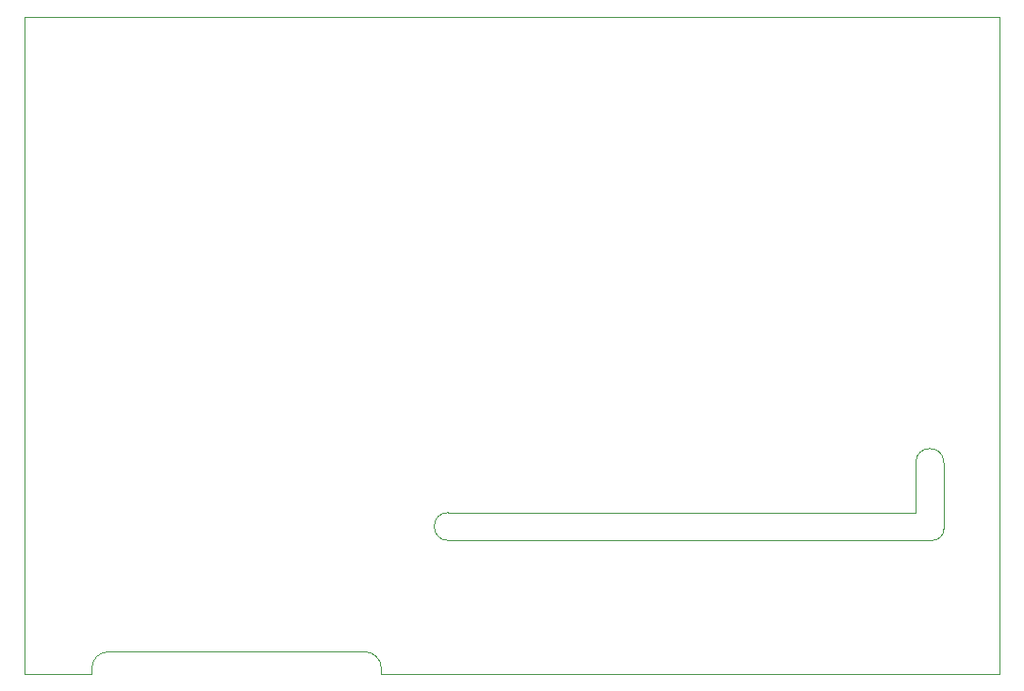
<source format=gbr>
%TF.GenerationSoftware,KiCad,Pcbnew,(6.0.7)*%
%TF.CreationDate,2022-09-10T09:27:16+02:00*%
%TF.ProjectId,K616_USB_IF,4b363136-5f55-4534-925f-49462e6b6963,0*%
%TF.SameCoordinates,PX73df160PY5f71980*%
%TF.FileFunction,Profile,NP*%
%FSLAX46Y46*%
G04 Gerber Fmt 4.6, Leading zero omitted, Abs format (unit mm)*
G04 Created by KiCad (PCBNEW (6.0.7)) date 2022-09-10 09:27:16*
%MOMM*%
%LPD*%
G01*
G04 APERTURE LIST*
%TA.AperFunction,Profile*%
%ADD10C,0.100000*%
%TD*%
G04 APERTURE END LIST*
D10*
X-25500000Y-7000000D02*
X-2500000Y-7000000D01*
X47000000Y5500000D02*
X5000000Y5500000D01*
X49500000Y10000000D02*
G75*
G03*
X47000000Y10000000I-1250000J0D01*
G01*
X48500000Y3000000D02*
G75*
G03*
X49500000Y4000000I0J1000000D01*
G01*
X-27000000Y-9000000D02*
X-27000000Y-8500000D01*
X-33000000Y50000000D02*
X54500000Y50000000D01*
X-25500000Y-7000000D02*
G75*
G03*
X-27000000Y-8500000I0J-1500000D01*
G01*
X-33000000Y50000000D02*
X-33000000Y-9000000D01*
X54500000Y50000000D02*
X54500000Y-9000000D01*
X-1000000Y-8500000D02*
G75*
G03*
X-2500000Y-7000000I-1500000J0D01*
G01*
X49500000Y4000000D02*
X49500000Y10000000D01*
X-33000000Y-9000000D02*
X-27000000Y-9000000D01*
X5000000Y3000000D02*
X48500000Y3000000D01*
X5000000Y5500000D02*
G75*
G03*
X5000000Y3000000I0J-1250000D01*
G01*
X-1000000Y-9000000D02*
X-1000000Y-8500000D01*
X47000000Y10000000D02*
X47000000Y5500000D01*
X-1000000Y-9000000D02*
X54500000Y-9000000D01*
M02*

</source>
